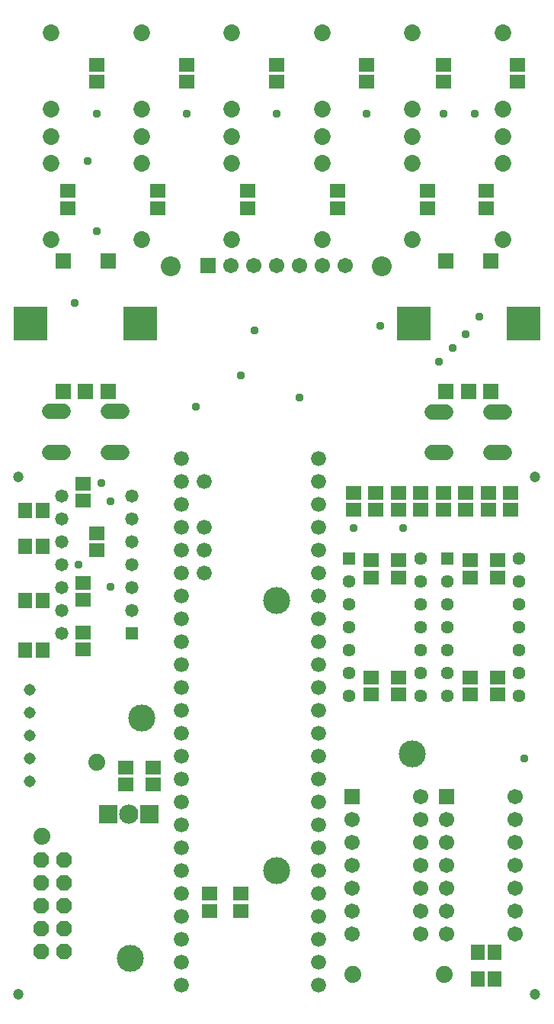
<source format=gbr>
G04 EAGLE Gerber RS-274X export*
G75*
%MOMM*%
%FSLAX34Y34*%
%LPD*%
%INSoldermask Bottom*%
%IPPOS*%
%AMOC8*
5,1,8,0,0,1.08239X$1,22.5*%
G01*
%ADD10C,1.879600*%
%ADD11R,1.711200X1.711200*%
%ADD12R,3.759200X3.759200*%
%ADD13P,1.869504X8X112.500000*%
%ADD14C,1.676400*%
%ADD15R,2.133600X2.133600*%
%ADD16C,2.133600*%
%ADD17C,3.003200*%
%ADD18C,1.853200*%
%ADD19C,1.727200*%
%ADD20C,2.203200*%
%ADD21C,1.711200*%
%ADD22R,1.470200X1.470200*%
%ADD23C,1.470200*%
%ADD24R,1.441200X1.441200*%
%ADD25C,1.441200*%
%ADD26R,1.703200X1.503200*%
%ADD27R,1.503200X1.703200*%
%ADD28R,1.701800X1.701800*%
%ADD29C,1.701800*%
%ADD30C,1.203200*%
%ADD31C,1.311200*%
%ADD32C,0.959600*%


D10*
X39090Y188673D03*
X99950Y270027D03*
D11*
X62350Y681920D03*
X87350Y681920D03*
X112350Y681920D03*
X62350Y826920D03*
X112350Y826920D03*
D12*
X26350Y756920D03*
X148350Y756920D03*
D13*
X38310Y60450D03*
X38310Y85850D03*
X38310Y111250D03*
X38310Y136650D03*
X38310Y162050D03*
X63710Y60450D03*
X63710Y85850D03*
X63710Y111250D03*
X63710Y136650D03*
X63710Y162050D03*
D14*
X346160Y556610D03*
X346160Y531210D03*
X346160Y505810D03*
X346160Y480410D03*
X346160Y455010D03*
X346160Y429610D03*
X346160Y404210D03*
X346160Y378810D03*
X346160Y353410D03*
X346160Y328010D03*
X346160Y302610D03*
X346160Y277210D03*
X193760Y277210D03*
X193760Y302610D03*
X193760Y328010D03*
X193760Y353410D03*
X193760Y378810D03*
X193760Y404210D03*
X193760Y429610D03*
X193760Y455010D03*
X193760Y480410D03*
X193760Y505810D03*
X193760Y531210D03*
X346160Y582010D03*
X193760Y556610D03*
X193760Y582010D03*
X346160Y607410D03*
X193760Y607410D03*
X346160Y251810D03*
X193760Y251810D03*
X346160Y226410D03*
X346160Y201010D03*
X346160Y175610D03*
X346160Y150210D03*
X346160Y124810D03*
X346160Y99410D03*
X346160Y74010D03*
X346160Y48610D03*
X346160Y23210D03*
X193760Y23210D03*
X193760Y48610D03*
X193760Y74010D03*
X193760Y99410D03*
X193760Y124810D03*
X193760Y150210D03*
X193760Y175610D03*
X193760Y201010D03*
X193760Y226410D03*
X219160Y582010D03*
X219160Y531210D03*
X219160Y505810D03*
X219160Y480410D03*
D15*
X112660Y212744D03*
D16*
X135520Y212744D03*
D15*
X158380Y212744D03*
D17*
X136790Y52724D03*
D18*
X551180Y850002D03*
X551180Y935002D03*
X551180Y965002D03*
X250190Y1080050D03*
X250190Y995050D03*
X250190Y965050D03*
X149860Y1080050D03*
X149860Y995050D03*
X149860Y965050D03*
X49530Y1080050D03*
X49530Y995050D03*
X49530Y965050D03*
X450850Y850002D03*
X450850Y935002D03*
X450850Y965002D03*
X350520Y850002D03*
X350520Y935002D03*
X350520Y965002D03*
X250190Y850002D03*
X250190Y935002D03*
X250190Y965002D03*
X149860Y850002D03*
X149860Y935002D03*
X149860Y965002D03*
X49530Y850002D03*
X49530Y935002D03*
X49530Y965002D03*
X551180Y1080050D03*
X551180Y995050D03*
X551180Y965050D03*
X450850Y1080050D03*
X450850Y995050D03*
X450850Y965050D03*
X350520Y1080050D03*
X350520Y995050D03*
X350520Y965050D03*
D19*
X127582Y614364D02*
X112342Y614364D01*
X112342Y659576D02*
X127582Y659576D01*
X62558Y614364D02*
X47318Y614364D01*
X47318Y659576D02*
X62558Y659576D01*
X537772Y614164D02*
X553012Y614164D01*
X553012Y659376D02*
X537772Y659376D01*
X487988Y614164D02*
X472748Y614164D01*
X472748Y659376D02*
X487988Y659376D01*
D11*
X487780Y681820D03*
X512780Y681820D03*
X537780Y681820D03*
X487780Y826820D03*
X537780Y826820D03*
D12*
X451780Y756820D03*
X573780Y756820D03*
D20*
X181850Y820805D03*
X416610Y820805D03*
D11*
X223250Y821600D03*
D21*
X248650Y821600D03*
X274050Y821600D03*
X299450Y821600D03*
X324850Y821600D03*
X350250Y821600D03*
X375650Y821600D03*
D22*
X139050Y413800D03*
D23*
X139050Y439200D03*
X139050Y464600D03*
X139050Y490000D03*
X139050Y515400D03*
X139050Y540800D03*
X139050Y566200D03*
X60950Y566200D03*
X60950Y540800D03*
X60950Y515400D03*
X60950Y490000D03*
X60950Y464600D03*
X60950Y439200D03*
X60950Y413800D03*
D24*
X489200Y496200D03*
D25*
X489200Y470800D03*
X489200Y445400D03*
X489200Y420000D03*
X489200Y394600D03*
X489200Y369200D03*
X489200Y343800D03*
X568600Y343800D03*
X568600Y369200D03*
X568600Y394600D03*
X568600Y420000D03*
X568600Y445400D03*
X568600Y470800D03*
X568600Y496200D03*
D24*
X380300Y496200D03*
D25*
X380300Y470800D03*
X380300Y445400D03*
X380300Y420000D03*
X380300Y394600D03*
X380300Y369200D03*
X380300Y343800D03*
X459700Y343800D03*
X459700Y369200D03*
X459700Y394600D03*
X459700Y420000D03*
X459700Y445400D03*
X459700Y470800D03*
X459700Y496200D03*
D10*
X485800Y35000D03*
X384200Y35000D03*
D26*
X100000Y1025500D03*
X100000Y1044500D03*
X200000Y1044500D03*
X200000Y1025500D03*
X67500Y904500D03*
X67500Y885500D03*
X167500Y904500D03*
X167500Y885500D03*
X300000Y1025500D03*
X300000Y1044500D03*
X400000Y1025500D03*
X400000Y1044500D03*
X567500Y1025500D03*
X567500Y1044500D03*
X485000Y1025500D03*
X485000Y1044500D03*
X267500Y885500D03*
X267500Y904500D03*
X367500Y885500D03*
X367500Y904500D03*
X467500Y885500D03*
X467500Y904500D03*
X532500Y885500D03*
X532500Y904500D03*
X405000Y475500D03*
X405000Y494500D03*
X410000Y569500D03*
X410000Y550500D03*
X385000Y569500D03*
X385000Y550500D03*
X405000Y364500D03*
X405000Y345500D03*
X435000Y345500D03*
X435000Y364500D03*
X460000Y550500D03*
X460000Y569500D03*
X85000Y579500D03*
X85000Y560500D03*
X100000Y505500D03*
X100000Y524500D03*
X85000Y469500D03*
X85000Y450500D03*
X85000Y414500D03*
X85000Y395500D03*
D27*
X39500Y550000D03*
X20500Y550000D03*
X20500Y510000D03*
X39500Y510000D03*
X20500Y450000D03*
X39500Y450000D03*
X39500Y395000D03*
X20500Y395000D03*
D26*
X510000Y569500D03*
X510000Y550500D03*
X485000Y569500D03*
X485000Y550500D03*
X535000Y550500D03*
X535000Y569500D03*
X560000Y550500D03*
X560000Y569500D03*
X515000Y475500D03*
X515000Y494500D03*
X515000Y364500D03*
X515000Y345500D03*
X545000Y345500D03*
X545000Y364500D03*
X545000Y494500D03*
X545000Y475500D03*
X435000Y550500D03*
X435000Y569500D03*
X435000Y494500D03*
X435000Y475500D03*
D28*
X383800Y232400D03*
D29*
X383800Y207000D03*
X383800Y181600D03*
X383800Y156200D03*
X383800Y130800D03*
X383800Y105400D03*
X383800Y80000D03*
X460000Y80000D03*
X460000Y105400D03*
X460000Y130800D03*
X460000Y156200D03*
X460000Y181600D03*
X460000Y207000D03*
X460000Y232400D03*
D28*
X488800Y232400D03*
D29*
X488800Y207000D03*
X488800Y181600D03*
X488800Y156200D03*
X488800Y130800D03*
X488800Y105400D03*
X488800Y80000D03*
X565000Y80000D03*
X565000Y105400D03*
X565000Y130800D03*
X565000Y156200D03*
X565000Y181600D03*
X565000Y207000D03*
X565000Y232400D03*
D30*
X587080Y587080D03*
X587080Y13080D03*
X13080Y587080D03*
X13080Y13080D03*
D31*
X25760Y350880D03*
X25760Y325480D03*
X25760Y300080D03*
X25760Y274680D03*
X25760Y249280D03*
D17*
X300067Y449905D03*
X300067Y150185D03*
X450207Y279445D03*
X150207Y319445D03*
D26*
X132500Y264500D03*
X132500Y245500D03*
X162500Y264500D03*
X162500Y245500D03*
D27*
X523000Y30000D03*
X542000Y30000D03*
X523000Y60000D03*
X542000Y60000D03*
D26*
X225000Y124500D03*
X225000Y105500D03*
X260000Y124500D03*
X260000Y105500D03*
D32*
X210000Y665000D03*
X75000Y780000D03*
X325000Y675000D03*
X415000Y755000D03*
X260000Y700000D03*
X275000Y750000D03*
X105000Y580000D03*
X80000Y490000D03*
X100000Y990000D03*
X115000Y465000D03*
X115000Y560000D03*
X200000Y990000D03*
X100000Y860000D03*
X90000Y937500D03*
X495000Y730000D03*
X510000Y745000D03*
X480000Y715000D03*
X525000Y765000D03*
X575000Y275000D03*
X300000Y990000D03*
X400000Y990000D03*
X385000Y530000D03*
X440000Y530000D03*
X485000Y990000D03*
X520000Y990000D03*
M02*

</source>
